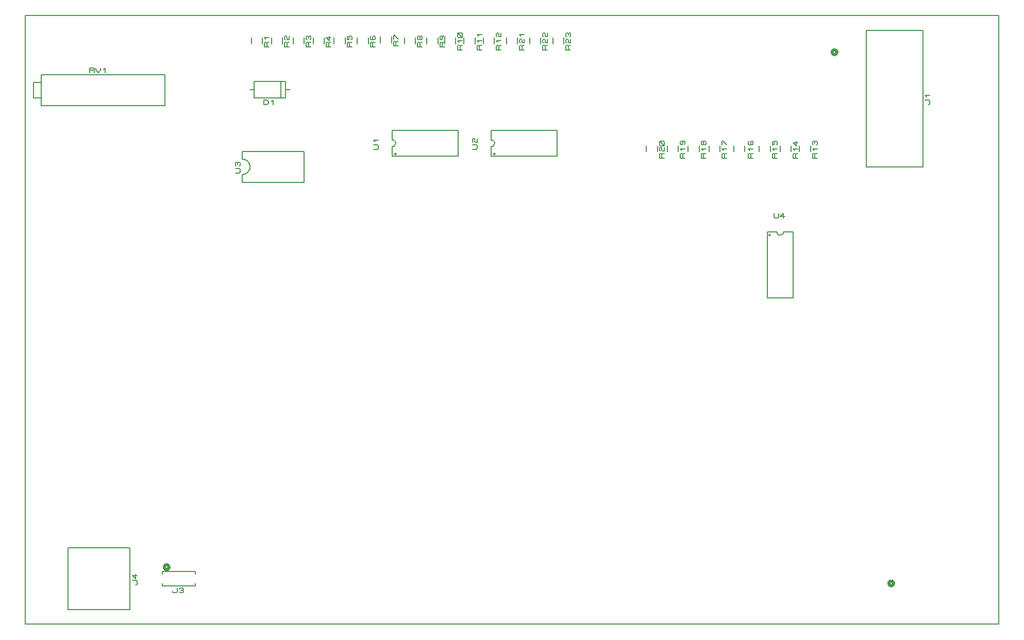
<source format=gbr>
G04 PROTEUS GERBER X2 FILE*
%TF.GenerationSoftware,Labcenter,Proteus,8.13-SP0-Build31525*%
%TF.CreationDate,2024-05-24T22:48:12+00:00*%
%TF.FileFunction,Legend,Top*%
%TF.FilePolarity,Positive*%
%TF.Part,Single*%
%TF.SameCoordinates,{2b1c703f-e340-49a6-ac8d-334d6c9c77ef}*%
%FSLAX45Y45*%
%MOMM*%
G01*
%TA.AperFunction,Profile*%
%ADD25C,0.203200*%
%TA.AperFunction,Material*%
%ADD27C,0.203200*%
%ADD28C,0.508000*%
%ADD29C,0.152400*%
%ADD72C,0.200000*%
%TD.AperFunction*%
D25*
X-8000000Y-5000000D02*
X+8000000Y-5000000D01*
X+8000000Y+5000000D01*
X-8000000Y+5000000D01*
X-8000000Y-5000000D01*
D27*
X-4234180Y+3649980D02*
X-3716020Y+3649980D01*
X-3716020Y+3916680D01*
X-4234180Y+3916680D01*
X-4234180Y+3649980D01*
X-3797300Y+3652520D02*
X-3797300Y+3914140D01*
X-3644900Y+3784600D02*
X-3716020Y+3784600D01*
X-4234180Y+3784600D02*
X-4305300Y+3784600D01*
X-4076700Y+3538220D02*
X-4076700Y+3614420D01*
X-4025900Y+3614420D01*
X-4000500Y+3589020D01*
X-4000500Y+3563620D01*
X-4025900Y+3538220D01*
X-4076700Y+3538220D01*
X-3949700Y+3589020D02*
X-3924300Y+3614420D01*
X-3924300Y+3538220D01*
D28*
X+5336540Y+4396740D02*
X+5336409Y+4399898D01*
X+5335343Y+4406216D01*
X+5333112Y+4412534D01*
X+5329467Y+4418852D01*
X+5323892Y+4425091D01*
X+5317574Y+4429687D01*
X+5311256Y+4432620D01*
X+5304938Y+4434282D01*
X+5298620Y+4434840D01*
X+5298440Y+4434840D01*
X+5260340Y+4396740D02*
X+5260471Y+4399898D01*
X+5261537Y+4406216D01*
X+5263768Y+4412534D01*
X+5267413Y+4418852D01*
X+5272988Y+4425091D01*
X+5279306Y+4429687D01*
X+5285624Y+4432620D01*
X+5291942Y+4434282D01*
X+5298260Y+4434840D01*
X+5298440Y+4434840D01*
X+5260340Y+4396740D02*
X+5260471Y+4393582D01*
X+5261537Y+4387264D01*
X+5263768Y+4380946D01*
X+5267413Y+4374628D01*
X+5272988Y+4368389D01*
X+5279306Y+4363793D01*
X+5285624Y+4360860D01*
X+5291942Y+4359198D01*
X+5298260Y+4358640D01*
X+5298440Y+4358640D01*
X+5336540Y+4396740D02*
X+5336409Y+4393582D01*
X+5335343Y+4387264D01*
X+5333112Y+4380946D01*
X+5329467Y+4374628D01*
X+5323892Y+4368389D01*
X+5317574Y+4363793D01*
X+5311256Y+4360860D01*
X+5304938Y+4359198D01*
X+5298620Y+4358640D01*
X+5298440Y+4358640D01*
D29*
X+5821680Y+4757420D02*
X+5821680Y+2512060D01*
X+6753860Y+2512060D01*
X+6753860Y+4757420D01*
X+5821680Y+4757420D01*
D27*
X+6837680Y+3533140D02*
X+6850380Y+3533140D01*
X+6863080Y+3545840D01*
X+6863080Y+3596640D01*
X+6850380Y+3609340D01*
X+6786880Y+3609340D01*
X+6812280Y+3660140D02*
X+6786880Y+3685540D01*
X+6863080Y+3685540D01*
X-6273800Y-3746500D02*
X-7289800Y-3746500D01*
X-6273800Y-4762500D02*
X-7289800Y-4762500D01*
X-7289800Y-3746500D02*
X-7289800Y-4762500D01*
X-6273800Y-3746500D02*
X-6273800Y-4762500D01*
X-6187440Y-4356100D02*
X-6174740Y-4356100D01*
X-6162040Y-4343400D01*
X-6162040Y-4292600D01*
X-6174740Y-4279900D01*
X-6238240Y-4279900D01*
X-6187440Y-4178300D02*
X-6187440Y-4254500D01*
X-6238240Y-4203700D01*
X-6162040Y-4203700D01*
X-4432300Y+2641600D02*
X-4432300Y+2768600D01*
X-3416300Y+2768600D01*
X-3416300Y+2260600D01*
X-4432300Y+2260600D01*
X-4432300Y+2387600D01*
X-4305300Y+2514600D02*
X-4307736Y+2540476D01*
X-4314785Y+2564448D01*
X-4326062Y+2586038D01*
X-4341178Y+2604770D01*
X-4359746Y+2620169D01*
X-4381381Y+2631758D01*
X-4405694Y+2639060D01*
X-4432300Y+2641600D01*
X-4305300Y+2514600D02*
X-4307736Y+2487994D01*
X-4314785Y+2463681D01*
X-4326062Y+2442046D01*
X-4341178Y+2423478D01*
X-4359746Y+2408362D01*
X-4381381Y+2397085D01*
X-4405694Y+2390036D01*
X-4432300Y+2387600D01*
X-4544060Y+2413000D02*
X-4480560Y+2413000D01*
X-4467860Y+2425700D01*
X-4467860Y+2476500D01*
X-4480560Y+2489200D01*
X-4544060Y+2489200D01*
X-4531360Y+2527300D02*
X-4544060Y+2540000D01*
X-4544060Y+2578100D01*
X-4531360Y+2590800D01*
X-4518660Y+2590800D01*
X-4505960Y+2578100D01*
X-4493260Y+2590800D01*
X-4480560Y+2590800D01*
X-4467860Y+2578100D01*
X-4467860Y+2540000D01*
X-4480560Y+2527300D01*
X-4505960Y+2552700D02*
X-4505960Y+2578100D01*
D28*
X+6268720Y-4330700D02*
X+6268589Y-4327542D01*
X+6267523Y-4321224D01*
X+6265292Y-4314906D01*
X+6261647Y-4308588D01*
X+6256072Y-4302349D01*
X+6249754Y-4297753D01*
X+6243436Y-4294820D01*
X+6237118Y-4293158D01*
X+6230800Y-4292600D01*
X+6230620Y-4292600D01*
X+6192520Y-4330700D02*
X+6192651Y-4327542D01*
X+6193717Y-4321224D01*
X+6195948Y-4314906D01*
X+6199593Y-4308588D01*
X+6205168Y-4302349D01*
X+6211486Y-4297753D01*
X+6217804Y-4294820D01*
X+6224122Y-4293158D01*
X+6230440Y-4292600D01*
X+6230620Y-4292600D01*
X+6192520Y-4330700D02*
X+6192651Y-4333858D01*
X+6193717Y-4340176D01*
X+6195948Y-4346494D01*
X+6199593Y-4352812D01*
X+6205168Y-4359051D01*
X+6211486Y-4363647D01*
X+6217804Y-4366580D01*
X+6224122Y-4368242D01*
X+6230440Y-4368800D01*
X+6230620Y-4368800D01*
X+6268720Y-4330700D02*
X+6268589Y-4333858D01*
X+6267523Y-4340176D01*
X+6265292Y-4346494D01*
X+6261647Y-4352812D01*
X+6256072Y-4359051D01*
X+6249754Y-4363647D01*
X+6243436Y-4366580D01*
X+6237118Y-4368242D01*
X+6230800Y-4368800D01*
X+6230620Y-4368800D01*
X-5635600Y-4064000D02*
X-5635731Y-4060842D01*
X-5636797Y-4054524D01*
X-5639028Y-4048206D01*
X-5642673Y-4041888D01*
X-5648248Y-4035649D01*
X-5654566Y-4031053D01*
X-5660884Y-4028120D01*
X-5667202Y-4026458D01*
X-5673520Y-4025900D01*
X-5673700Y-4025900D01*
X-5711800Y-4064000D02*
X-5711669Y-4060842D01*
X-5710603Y-4054524D01*
X-5708372Y-4048206D01*
X-5704727Y-4041888D01*
X-5699152Y-4035649D01*
X-5692834Y-4031053D01*
X-5686516Y-4028120D01*
X-5680198Y-4026458D01*
X-5673880Y-4025900D01*
X-5673700Y-4025900D01*
X-5711800Y-4064000D02*
X-5711669Y-4067158D01*
X-5710603Y-4073476D01*
X-5708372Y-4079794D01*
X-5704727Y-4086112D01*
X-5699152Y-4092351D01*
X-5692834Y-4096947D01*
X-5686516Y-4099880D01*
X-5680198Y-4101542D01*
X-5673880Y-4102100D01*
X-5673700Y-4102100D01*
X-5635600Y-4064000D02*
X-5635731Y-4067158D01*
X-5636797Y-4073476D01*
X-5639028Y-4079794D01*
X-5642673Y-4086112D01*
X-5648248Y-4092351D01*
X-5654566Y-4096947D01*
X-5660884Y-4099880D01*
X-5667202Y-4101542D01*
X-5673520Y-4102100D01*
X-5673700Y-4102100D01*
D29*
X-5203850Y-4135120D02*
X-5743550Y-4135120D01*
X-5743550Y-4178635D01*
X-5743550Y-4373880D02*
X-5203850Y-4373880D01*
X-5203850Y-4330365D01*
X-5203850Y-4178635D02*
X-5203850Y-4135120D01*
X-5743550Y-4330365D02*
X-5743550Y-4373880D01*
D27*
X-5575300Y-4457700D02*
X-5575300Y-4470400D01*
X-5562600Y-4483100D01*
X-5511800Y-4483100D01*
X-5499100Y-4470400D01*
X-5499100Y-4406900D01*
X-5461000Y-4419600D02*
X-5448300Y-4406900D01*
X-5410200Y-4406900D01*
X-5397500Y-4419600D01*
X-5397500Y-4432300D01*
X-5410200Y-4445000D01*
X-5397500Y-4457700D01*
X-5397500Y-4470400D01*
X-5410200Y-4483100D01*
X-5448300Y-4483100D01*
X-5461000Y-4470400D01*
X-5435600Y-4445000D02*
X-5410200Y-4445000D01*
X-7734300Y+3517900D02*
X-5702300Y+3517900D01*
X-5702300Y+4025900D01*
X-7734300Y+4025900D01*
X-7734300Y+3517900D01*
X-7861300Y+3644900D02*
X-7734300Y+3644900D01*
X-7734300Y+3898900D01*
X-7861300Y+3898900D01*
X-7861300Y+3644900D01*
X-6934200Y+4061460D02*
X-6934200Y+4137660D01*
X-6870700Y+4137660D01*
X-6858000Y+4124960D01*
X-6858000Y+4112260D01*
X-6870700Y+4099560D01*
X-6934200Y+4099560D01*
X-6870700Y+4099560D02*
X-6858000Y+4086860D01*
X-6858000Y+4061460D01*
X-6832600Y+4137660D02*
X-6832600Y+4099560D01*
X-6794500Y+4061460D01*
X-6756400Y+4099560D01*
X-6756400Y+4137660D01*
X-6705600Y+4112260D02*
X-6680200Y+4137660D01*
X-6680200Y+4061460D01*
X-1963420Y+2693148D02*
X-1963420Y+2850310D01*
X-1942802Y+2854352D01*
X-1926175Y+2865454D01*
X-1915074Y+2882081D01*
X-1911032Y+2902698D01*
X-1963420Y+2955086D02*
X-1942802Y+2951044D01*
X-1926175Y+2939942D01*
X-1915074Y+2923315D01*
X-1911032Y+2902698D01*
X-1963420Y+2955086D02*
X-1963420Y+3112248D01*
X-881380Y+2769348D02*
X-881380Y+3036048D01*
X-1930400Y+2693148D02*
X-914400Y+2693148D01*
X-1930400Y+3112248D02*
X-914400Y+3112248D01*
X-1930400Y+2693148D02*
X-1963420Y+2693148D01*
X-1963420Y+3112248D02*
X-1930400Y+3112248D01*
X-881380Y+3036048D02*
X-881380Y+3112248D01*
X-914400Y+3112248D01*
X-914400Y+2693148D02*
X-881380Y+2693148D01*
X-881380Y+2769348D01*
X-1903984Y+2728708D02*
X-1904019Y+2729553D01*
X-1904306Y+2731244D01*
X-1904905Y+2732935D01*
X-1905885Y+2734626D01*
X-1907385Y+2736294D01*
X-1909076Y+2737514D01*
X-1910767Y+2738290D01*
X-1912458Y+2738727D01*
X-1914144Y+2738868D01*
X-1924304Y+2728708D02*
X-1924269Y+2729553D01*
X-1923982Y+2731244D01*
X-1923383Y+2732935D01*
X-1922403Y+2734626D01*
X-1920903Y+2736294D01*
X-1919212Y+2737514D01*
X-1917521Y+2738290D01*
X-1915830Y+2738727D01*
X-1914144Y+2738868D01*
X-1924304Y+2728708D02*
X-1924269Y+2727863D01*
X-1923982Y+2726172D01*
X-1923383Y+2724481D01*
X-1922403Y+2722790D01*
X-1920903Y+2721122D01*
X-1919212Y+2719902D01*
X-1917521Y+2719126D01*
X-1915830Y+2718689D01*
X-1914144Y+2718548D01*
X-1903984Y+2728708D02*
X-1904019Y+2727863D01*
X-1904306Y+2726172D01*
X-1904905Y+2724481D01*
X-1905885Y+2722790D01*
X-1907385Y+2721122D01*
X-1909076Y+2719902D01*
X-1910767Y+2719126D01*
X-1912458Y+2718689D01*
X-1914144Y+2718548D01*
X-2273300Y+2801098D02*
X-2209800Y+2801098D01*
X-2197100Y+2813798D01*
X-2197100Y+2864598D01*
X-2209800Y+2877298D01*
X-2273300Y+2877298D01*
X-2247900Y+2928098D02*
X-2273300Y+2953498D01*
X-2197100Y+2953498D01*
D72*
X-4281000Y+4636813D02*
X-4281000Y+4536813D01*
X-4101000Y+4636813D02*
X-4101000Y+4536813D01*
D27*
X-3989400Y+4485213D02*
X-4065600Y+4485213D01*
X-4065600Y+4548713D01*
X-4052900Y+4561413D01*
X-4040200Y+4561413D01*
X-4027500Y+4548713D01*
X-4027500Y+4485213D01*
X-4027500Y+4548713D02*
X-4014800Y+4561413D01*
X-3989400Y+4561413D01*
X-4040200Y+4612213D02*
X-4065600Y+4637613D01*
X-3989400Y+4637613D01*
D72*
X-3950800Y+4636813D02*
X-3950800Y+4536813D01*
X-3770800Y+4636813D02*
X-3770800Y+4536813D01*
D27*
X-3659200Y+4485213D02*
X-3735400Y+4485213D01*
X-3735400Y+4548713D01*
X-3722700Y+4561413D01*
X-3710000Y+4561413D01*
X-3697300Y+4548713D01*
X-3697300Y+4485213D01*
X-3697300Y+4548713D02*
X-3684600Y+4561413D01*
X-3659200Y+4561413D01*
X-3722700Y+4599513D02*
X-3735400Y+4612213D01*
X-3735400Y+4650313D01*
X-3722700Y+4663013D01*
X-3710000Y+4663013D01*
X-3697300Y+4650313D01*
X-3697300Y+4612213D01*
X-3684600Y+4599513D01*
X-3659200Y+4599513D01*
X-3659200Y+4663013D01*
D72*
X-3595200Y+4636813D02*
X-3595200Y+4536813D01*
X-3415200Y+4636813D02*
X-3415200Y+4536813D01*
D27*
X-3303600Y+4485213D02*
X-3379800Y+4485213D01*
X-3379800Y+4548713D01*
X-3367100Y+4561413D01*
X-3354400Y+4561413D01*
X-3341700Y+4548713D01*
X-3341700Y+4485213D01*
X-3341700Y+4548713D02*
X-3329000Y+4561413D01*
X-3303600Y+4561413D01*
X-3367100Y+4599513D02*
X-3379800Y+4612213D01*
X-3379800Y+4650313D01*
X-3367100Y+4663013D01*
X-3354400Y+4663013D01*
X-3341700Y+4650313D01*
X-3329000Y+4663013D01*
X-3316300Y+4663013D01*
X-3303600Y+4650313D01*
X-3303600Y+4612213D01*
X-3316300Y+4599513D01*
X-3341700Y+4624913D02*
X-3341700Y+4650313D01*
D72*
X-3265000Y+4636813D02*
X-3265000Y+4536813D01*
X-3085000Y+4636813D02*
X-3085000Y+4536813D01*
D27*
X-2973400Y+4485213D02*
X-3049600Y+4485213D01*
X-3049600Y+4548713D01*
X-3036900Y+4561413D01*
X-3024200Y+4561413D01*
X-3011500Y+4548713D01*
X-3011500Y+4485213D01*
X-3011500Y+4548713D02*
X-2998800Y+4561413D01*
X-2973400Y+4561413D01*
X-2998800Y+4663013D02*
X-2998800Y+4586813D01*
X-3049600Y+4637613D01*
X-2973400Y+4637613D01*
D72*
X-2922100Y+4636813D02*
X-2922100Y+4536813D01*
X-2742100Y+4636813D02*
X-2742100Y+4536813D01*
D27*
X-2630500Y+4485213D02*
X-2706700Y+4485213D01*
X-2706700Y+4548713D01*
X-2694000Y+4561413D01*
X-2681300Y+4561413D01*
X-2668600Y+4548713D01*
X-2668600Y+4485213D01*
X-2668600Y+4548713D02*
X-2655900Y+4561413D01*
X-2630500Y+4561413D01*
X-2706700Y+4663013D02*
X-2706700Y+4599513D01*
X-2681300Y+4599513D01*
X-2681300Y+4650313D01*
X-2668600Y+4663013D01*
X-2643200Y+4663013D01*
X-2630500Y+4650313D01*
X-2630500Y+4612213D01*
X-2643200Y+4599513D01*
D72*
X-2541100Y+4636813D02*
X-2541100Y+4536813D01*
X-2361100Y+4636813D02*
X-2361100Y+4536813D01*
D27*
X-2249500Y+4485213D02*
X-2325700Y+4485213D01*
X-2325700Y+4548713D01*
X-2313000Y+4561413D01*
X-2300300Y+4561413D01*
X-2287600Y+4548713D01*
X-2287600Y+4485213D01*
X-2287600Y+4548713D02*
X-2274900Y+4561413D01*
X-2249500Y+4561413D01*
X-2313000Y+4663013D02*
X-2325700Y+4650313D01*
X-2325700Y+4612213D01*
X-2313000Y+4599513D01*
X-2262200Y+4599513D01*
X-2249500Y+4612213D01*
X-2249500Y+4650313D01*
X-2262200Y+4663013D01*
X-2274900Y+4663013D01*
X-2287600Y+4650313D01*
X-2287600Y+4599513D01*
D72*
X-2160100Y+4649513D02*
X-2160100Y+4549513D01*
X-1980100Y+4649513D02*
X-1980100Y+4549513D01*
D27*
X-1868500Y+4497913D02*
X-1944700Y+4497913D01*
X-1944700Y+4561413D01*
X-1932000Y+4574113D01*
X-1919300Y+4574113D01*
X-1906600Y+4561413D01*
X-1906600Y+4497913D01*
X-1906600Y+4561413D02*
X-1893900Y+4574113D01*
X-1868500Y+4574113D01*
X-1944700Y+4612213D02*
X-1944700Y+4675713D01*
X-1932000Y+4675713D01*
X-1868500Y+4612213D01*
D72*
X-1766400Y+4636813D02*
X-1766400Y+4536813D01*
X-1586400Y+4636813D02*
X-1586400Y+4536813D01*
D27*
X-1474800Y+4485213D02*
X-1551000Y+4485213D01*
X-1551000Y+4548713D01*
X-1538300Y+4561413D01*
X-1525600Y+4561413D01*
X-1512900Y+4548713D01*
X-1512900Y+4485213D01*
X-1512900Y+4548713D02*
X-1500200Y+4561413D01*
X-1474800Y+4561413D01*
X-1512900Y+4612213D02*
X-1525600Y+4599513D01*
X-1538300Y+4599513D01*
X-1551000Y+4612213D01*
X-1551000Y+4650313D01*
X-1538300Y+4663013D01*
X-1525600Y+4663013D01*
X-1512900Y+4650313D01*
X-1512900Y+4612213D01*
X-1500200Y+4599513D01*
X-1487500Y+4599513D01*
X-1474800Y+4612213D01*
X-1474800Y+4650313D01*
X-1487500Y+4663013D01*
X-1500200Y+4663013D01*
X-1512900Y+4650313D01*
X-337820Y+2693148D02*
X-337820Y+2850310D01*
X-317202Y+2854352D01*
X-300575Y+2865454D01*
X-289474Y+2882081D01*
X-285432Y+2902698D01*
X-337820Y+2955086D02*
X-317202Y+2951044D01*
X-300575Y+2939942D01*
X-289474Y+2923315D01*
X-285432Y+2902698D01*
X-337820Y+2955086D02*
X-337820Y+3112248D01*
X+744220Y+2769348D02*
X+744220Y+3036048D01*
X-304800Y+2693148D02*
X+711200Y+2693148D01*
X-304800Y+3112248D02*
X+711200Y+3112248D01*
X-304800Y+2693148D02*
X-337820Y+2693148D01*
X-337820Y+3112248D02*
X-304800Y+3112248D01*
X+744220Y+3036048D02*
X+744220Y+3112248D01*
X+711200Y+3112248D01*
X+711200Y+2693148D02*
X+744220Y+2693148D01*
X+744220Y+2769348D01*
X-278384Y+2728708D02*
X-278419Y+2729553D01*
X-278706Y+2731244D01*
X-279305Y+2732935D01*
X-280285Y+2734626D01*
X-281785Y+2736294D01*
X-283476Y+2737514D01*
X-285167Y+2738290D01*
X-286858Y+2738727D01*
X-288544Y+2738868D01*
X-298704Y+2728708D02*
X-298669Y+2729553D01*
X-298382Y+2731244D01*
X-297783Y+2732935D01*
X-296803Y+2734626D01*
X-295303Y+2736294D01*
X-293612Y+2737514D01*
X-291921Y+2738290D01*
X-290230Y+2738727D01*
X-288544Y+2738868D01*
X-298704Y+2728708D02*
X-298669Y+2727863D01*
X-298382Y+2726172D01*
X-297783Y+2724481D01*
X-296803Y+2722790D01*
X-295303Y+2721122D01*
X-293612Y+2719902D01*
X-291921Y+2719126D01*
X-290230Y+2718689D01*
X-288544Y+2718548D01*
X-278384Y+2728708D02*
X-278419Y+2727863D01*
X-278706Y+2726172D01*
X-279305Y+2724481D01*
X-280285Y+2722790D01*
X-281785Y+2721122D01*
X-283476Y+2719902D01*
X-285167Y+2719126D01*
X-286858Y+2718689D01*
X-288544Y+2718548D01*
X-647700Y+2801098D02*
X-584200Y+2801098D01*
X-571500Y+2813798D01*
X-571500Y+2864598D01*
X-584200Y+2877298D01*
X-647700Y+2877298D01*
X-635000Y+2915398D02*
X-647700Y+2928098D01*
X-647700Y+2966198D01*
X-635000Y+2978898D01*
X-622300Y+2978898D01*
X-609600Y+2966198D01*
X-609600Y+2928098D01*
X-596900Y+2915398D01*
X-571500Y+2915398D01*
X-571500Y+2978898D01*
D72*
X-1398100Y+4636813D02*
X-1398100Y+4536813D01*
X-1218100Y+4636813D02*
X-1218100Y+4536813D01*
D27*
X-1106500Y+4485213D02*
X-1182700Y+4485213D01*
X-1182700Y+4548713D01*
X-1170000Y+4561413D01*
X-1157300Y+4561413D01*
X-1144600Y+4548713D01*
X-1144600Y+4485213D01*
X-1144600Y+4548713D02*
X-1131900Y+4561413D01*
X-1106500Y+4561413D01*
X-1157300Y+4663013D02*
X-1144600Y+4650313D01*
X-1144600Y+4612213D01*
X-1157300Y+4599513D01*
X-1170000Y+4599513D01*
X-1182700Y+4612213D01*
X-1182700Y+4650313D01*
X-1170000Y+4663013D01*
X-1119200Y+4663013D01*
X-1106500Y+4650313D01*
X-1106500Y+4612213D01*
D72*
X-1106000Y+4636813D02*
X-1106000Y+4536813D01*
X-926000Y+4636813D02*
X-926000Y+4536813D01*
D27*
X-814400Y+4434413D02*
X-890600Y+4434413D01*
X-890600Y+4497913D01*
X-877900Y+4510613D01*
X-865200Y+4510613D01*
X-852500Y+4497913D01*
X-852500Y+4434413D01*
X-852500Y+4497913D02*
X-839800Y+4510613D01*
X-814400Y+4510613D01*
X-865200Y+4561413D02*
X-890600Y+4586813D01*
X-814400Y+4586813D01*
X-827100Y+4637613D02*
X-877900Y+4637613D01*
X-890600Y+4650313D01*
X-890600Y+4701113D01*
X-877900Y+4713813D01*
X-827100Y+4713813D01*
X-814400Y+4701113D01*
X-814400Y+4650313D01*
X-827100Y+4637613D01*
X-814400Y+4637613D02*
X-890600Y+4713813D01*
D72*
X-788500Y+4636813D02*
X-788500Y+4536813D01*
X-608500Y+4636813D02*
X-608500Y+4536813D01*
D27*
X-496900Y+4434413D02*
X-573100Y+4434413D01*
X-573100Y+4497913D01*
X-560400Y+4510613D01*
X-547700Y+4510613D01*
X-535000Y+4497913D01*
X-535000Y+4434413D01*
X-535000Y+4497913D02*
X-522300Y+4510613D01*
X-496900Y+4510613D01*
X-547700Y+4561413D02*
X-573100Y+4586813D01*
X-496900Y+4586813D01*
X-547700Y+4663013D02*
X-573100Y+4688413D01*
X-496900Y+4688413D01*
D72*
X-471000Y+4636813D02*
X-471000Y+4536813D01*
X-291000Y+4636813D02*
X-291000Y+4536813D01*
D27*
X-179400Y+4434413D02*
X-255600Y+4434413D01*
X-255600Y+4497913D01*
X-242900Y+4510613D01*
X-230200Y+4510613D01*
X-217500Y+4497913D01*
X-217500Y+4434413D01*
X-217500Y+4497913D02*
X-204800Y+4510613D01*
X-179400Y+4510613D01*
X-230200Y+4561413D02*
X-255600Y+4586813D01*
X-179400Y+4586813D01*
X-242900Y+4650313D02*
X-255600Y+4663013D01*
X-255600Y+4701113D01*
X-242900Y+4713813D01*
X-230200Y+4713813D01*
X-217500Y+4701113D01*
X-217500Y+4663013D01*
X-204800Y+4650313D01*
X-179400Y+4650313D01*
X-179400Y+4713813D01*
D72*
X-90000Y+4636813D02*
X-90000Y+4536813D01*
X+90000Y+4636813D02*
X+90000Y+4536813D01*
D27*
X+201600Y+4434413D02*
X+125400Y+4434413D01*
X+125400Y+4497913D01*
X+138100Y+4510613D01*
X+150800Y+4510613D01*
X+163500Y+4497913D01*
X+163500Y+4434413D01*
X+163500Y+4497913D02*
X+176200Y+4510613D01*
X+201600Y+4510613D01*
X+138100Y+4548713D02*
X+125400Y+4561413D01*
X+125400Y+4599513D01*
X+138100Y+4612213D01*
X+150800Y+4612213D01*
X+163500Y+4599513D01*
X+163500Y+4561413D01*
X+176200Y+4548713D01*
X+201600Y+4548713D01*
X+201600Y+4612213D01*
X+150800Y+4663013D02*
X+125400Y+4688413D01*
X+201600Y+4688413D01*
D72*
X+291000Y+4636813D02*
X+291000Y+4536813D01*
X+471000Y+4636813D02*
X+471000Y+4536813D01*
D27*
X+582600Y+4434413D02*
X+506400Y+4434413D01*
X+506400Y+4497913D01*
X+519100Y+4510613D01*
X+531800Y+4510613D01*
X+544500Y+4497913D01*
X+544500Y+4434413D01*
X+544500Y+4497913D02*
X+557200Y+4510613D01*
X+582600Y+4510613D01*
X+519100Y+4548713D02*
X+506400Y+4561413D01*
X+506400Y+4599513D01*
X+519100Y+4612213D01*
X+531800Y+4612213D01*
X+544500Y+4599513D01*
X+544500Y+4561413D01*
X+557200Y+4548713D01*
X+582600Y+4548713D01*
X+582600Y+4612213D01*
X+519100Y+4650313D02*
X+506400Y+4663013D01*
X+506400Y+4701113D01*
X+519100Y+4713813D01*
X+531800Y+4713813D01*
X+544500Y+4701113D01*
X+544500Y+4663013D01*
X+557200Y+4650313D01*
X+582600Y+4650313D01*
X+582600Y+4713813D01*
D72*
X+672000Y+4636813D02*
X+672000Y+4536813D01*
X+852000Y+4636813D02*
X+852000Y+4536813D01*
D27*
X+963600Y+4434413D02*
X+887400Y+4434413D01*
X+887400Y+4497913D01*
X+900100Y+4510613D01*
X+912800Y+4510613D01*
X+925500Y+4497913D01*
X+925500Y+4434413D01*
X+925500Y+4497913D02*
X+938200Y+4510613D01*
X+963600Y+4510613D01*
X+900100Y+4548713D02*
X+887400Y+4561413D01*
X+887400Y+4599513D01*
X+900100Y+4612213D01*
X+912800Y+4612213D01*
X+925500Y+4599513D01*
X+925500Y+4561413D01*
X+938200Y+4548713D01*
X+963600Y+4548713D01*
X+963600Y+4612213D01*
X+900100Y+4650313D02*
X+887400Y+4663013D01*
X+887400Y+4701113D01*
X+900100Y+4713813D01*
X+912800Y+4713813D01*
X+925500Y+4701113D01*
X+938200Y+4713813D01*
X+950900Y+4713813D01*
X+963600Y+4701113D01*
X+963600Y+4663013D01*
X+950900Y+4650313D01*
X+925500Y+4675713D02*
X+925500Y+4701113D01*
X+4197350Y+1442720D02*
X+4354512Y+1442720D01*
X+4358554Y+1422102D01*
X+4369656Y+1405475D01*
X+4386283Y+1394374D01*
X+4406900Y+1390332D01*
X+4459288Y+1442720D02*
X+4455246Y+1422102D01*
X+4444144Y+1405475D01*
X+4427517Y+1394374D01*
X+4406900Y+1390332D01*
X+4459288Y+1442720D02*
X+4616450Y+1442720D01*
X+4273550Y+360680D02*
X+4540250Y+360680D01*
X+4197350Y+1409700D02*
X+4197350Y+393700D01*
X+4616450Y+1409700D02*
X+4616450Y+393700D01*
X+4197350Y+1409700D02*
X+4197350Y+1442720D01*
X+4616450Y+1442720D02*
X+4616450Y+1409700D01*
X+4540250Y+360680D02*
X+4616450Y+360680D01*
X+4616450Y+393700D01*
X+4197350Y+393700D02*
X+4197350Y+360680D01*
X+4273550Y+360680D01*
X+4243070Y+1393444D02*
X+4243035Y+1394289D01*
X+4242748Y+1395980D01*
X+4242149Y+1397671D01*
X+4241169Y+1399362D01*
X+4239669Y+1401030D01*
X+4237978Y+1402250D01*
X+4236287Y+1403026D01*
X+4234596Y+1403463D01*
X+4232910Y+1403604D01*
X+4222750Y+1393444D02*
X+4222785Y+1394289D01*
X+4223072Y+1395980D01*
X+4223671Y+1397671D01*
X+4224651Y+1399362D01*
X+4226151Y+1401030D01*
X+4227842Y+1402250D01*
X+4229533Y+1403026D01*
X+4231224Y+1403463D01*
X+4232910Y+1403604D01*
X+4222750Y+1393444D02*
X+4222785Y+1392599D01*
X+4223072Y+1390908D01*
X+4223671Y+1389217D01*
X+4224651Y+1387526D01*
X+4226151Y+1385858D01*
X+4227842Y+1384638D01*
X+4229533Y+1383862D01*
X+4231224Y+1383425D01*
X+4232910Y+1383284D01*
X+4243070Y+1393444D02*
X+4243035Y+1392599D01*
X+4242748Y+1390908D01*
X+4242149Y+1389217D01*
X+4241169Y+1387526D01*
X+4239669Y+1385858D01*
X+4237978Y+1384638D01*
X+4236287Y+1383862D01*
X+4234596Y+1383425D01*
X+4232910Y+1383284D01*
X+4305300Y+1752600D02*
X+4305300Y+1689100D01*
X+4318000Y+1676400D01*
X+4368800Y+1676400D01*
X+4381500Y+1689100D01*
X+4381500Y+1752600D01*
X+4483100Y+1701800D02*
X+4406900Y+1701800D01*
X+4457700Y+1752600D01*
X+4457700Y+1676400D01*
D72*
X+4723300Y+2862000D02*
X+4723300Y+2762000D01*
X+4903300Y+2862000D02*
X+4903300Y+2762000D01*
D27*
X+5014900Y+2659600D02*
X+4938700Y+2659600D01*
X+4938700Y+2723100D01*
X+4951400Y+2735800D01*
X+4964100Y+2735800D01*
X+4976800Y+2723100D01*
X+4976800Y+2659600D01*
X+4976800Y+2723100D02*
X+4989500Y+2735800D01*
X+5014900Y+2735800D01*
X+4964100Y+2786600D02*
X+4938700Y+2812000D01*
X+5014900Y+2812000D01*
X+4951400Y+2875500D02*
X+4938700Y+2888200D01*
X+4938700Y+2926300D01*
X+4951400Y+2939000D01*
X+4964100Y+2939000D01*
X+4976800Y+2926300D01*
X+4989500Y+2939000D01*
X+5002200Y+2939000D01*
X+5014900Y+2926300D01*
X+5014900Y+2888200D01*
X+5002200Y+2875500D01*
X+4976800Y+2900900D02*
X+4976800Y+2926300D01*
D72*
X+4405800Y+2862000D02*
X+4405800Y+2762000D01*
X+4585800Y+2862000D02*
X+4585800Y+2762000D01*
D27*
X+4697400Y+2659600D02*
X+4621200Y+2659600D01*
X+4621200Y+2723100D01*
X+4633900Y+2735800D01*
X+4646600Y+2735800D01*
X+4659300Y+2723100D01*
X+4659300Y+2659600D01*
X+4659300Y+2723100D02*
X+4672000Y+2735800D01*
X+4697400Y+2735800D01*
X+4646600Y+2786600D02*
X+4621200Y+2812000D01*
X+4697400Y+2812000D01*
X+4672000Y+2939000D02*
X+4672000Y+2862800D01*
X+4621200Y+2913600D01*
X+4697400Y+2913600D01*
D72*
X+4062900Y+2862000D02*
X+4062900Y+2762000D01*
X+4242900Y+2862000D02*
X+4242900Y+2762000D01*
D27*
X+4354500Y+2659600D02*
X+4278300Y+2659600D01*
X+4278300Y+2723100D01*
X+4291000Y+2735800D01*
X+4303700Y+2735800D01*
X+4316400Y+2723100D01*
X+4316400Y+2659600D01*
X+4316400Y+2723100D02*
X+4329100Y+2735800D01*
X+4354500Y+2735800D01*
X+4303700Y+2786600D02*
X+4278300Y+2812000D01*
X+4354500Y+2812000D01*
X+4278300Y+2939000D02*
X+4278300Y+2875500D01*
X+4303700Y+2875500D01*
X+4303700Y+2926300D01*
X+4316400Y+2939000D01*
X+4341800Y+2939000D01*
X+4354500Y+2926300D01*
X+4354500Y+2888200D01*
X+4341800Y+2875500D01*
D72*
X+3643800Y+2862000D02*
X+3643800Y+2762000D01*
X+3823800Y+2862000D02*
X+3823800Y+2762000D01*
D27*
X+3960800Y+2659600D02*
X+3884600Y+2659600D01*
X+3884600Y+2723100D01*
X+3897300Y+2735800D01*
X+3910000Y+2735800D01*
X+3922700Y+2723100D01*
X+3922700Y+2659600D01*
X+3922700Y+2723100D02*
X+3935400Y+2735800D01*
X+3960800Y+2735800D01*
X+3910000Y+2786600D02*
X+3884600Y+2812000D01*
X+3960800Y+2812000D01*
X+3897300Y+2939000D02*
X+3884600Y+2926300D01*
X+3884600Y+2888200D01*
X+3897300Y+2875500D01*
X+3948100Y+2875500D01*
X+3960800Y+2888200D01*
X+3960800Y+2926300D01*
X+3948100Y+2939000D01*
X+3935400Y+2939000D01*
X+3922700Y+2926300D01*
X+3922700Y+2875500D01*
D72*
X+3237400Y+2862000D02*
X+3237400Y+2762000D01*
X+3417400Y+2862000D02*
X+3417400Y+2762000D01*
D27*
X+3529000Y+2659600D02*
X+3452800Y+2659600D01*
X+3452800Y+2723100D01*
X+3465500Y+2735800D01*
X+3478200Y+2735800D01*
X+3490900Y+2723100D01*
X+3490900Y+2659600D01*
X+3490900Y+2723100D02*
X+3503600Y+2735800D01*
X+3529000Y+2735800D01*
X+3478200Y+2786600D02*
X+3452800Y+2812000D01*
X+3529000Y+2812000D01*
X+3452800Y+2875500D02*
X+3452800Y+2939000D01*
X+3465500Y+2939000D01*
X+3529000Y+2875500D01*
D72*
X+2894500Y+2862000D02*
X+2894500Y+2762000D01*
X+3074500Y+2862000D02*
X+3074500Y+2762000D01*
D27*
X+3186100Y+2659600D02*
X+3109900Y+2659600D01*
X+3109900Y+2723100D01*
X+3122600Y+2735800D01*
X+3135300Y+2735800D01*
X+3148000Y+2723100D01*
X+3148000Y+2659600D01*
X+3148000Y+2723100D02*
X+3160700Y+2735800D01*
X+3186100Y+2735800D01*
X+3135300Y+2786600D02*
X+3109900Y+2812000D01*
X+3186100Y+2812000D01*
X+3148000Y+2888200D02*
X+3135300Y+2875500D01*
X+3122600Y+2875500D01*
X+3109900Y+2888200D01*
X+3109900Y+2926300D01*
X+3122600Y+2939000D01*
X+3135300Y+2939000D01*
X+3148000Y+2926300D01*
X+3148000Y+2888200D01*
X+3160700Y+2875500D01*
X+3173400Y+2875500D01*
X+3186100Y+2888200D01*
X+3186100Y+2926300D01*
X+3173400Y+2939000D01*
X+3160700Y+2939000D01*
X+3148000Y+2926300D01*
D72*
X+2551600Y+2862000D02*
X+2551600Y+2762000D01*
X+2731600Y+2862000D02*
X+2731600Y+2762000D01*
D27*
X+2843200Y+2659600D02*
X+2767000Y+2659600D01*
X+2767000Y+2723100D01*
X+2779700Y+2735800D01*
X+2792400Y+2735800D01*
X+2805100Y+2723100D01*
X+2805100Y+2659600D01*
X+2805100Y+2723100D02*
X+2817800Y+2735800D01*
X+2843200Y+2735800D01*
X+2792400Y+2786600D02*
X+2767000Y+2812000D01*
X+2843200Y+2812000D01*
X+2792400Y+2939000D02*
X+2805100Y+2926300D01*
X+2805100Y+2888200D01*
X+2792400Y+2875500D01*
X+2779700Y+2875500D01*
X+2767000Y+2888200D01*
X+2767000Y+2926300D01*
X+2779700Y+2939000D01*
X+2830500Y+2939000D01*
X+2843200Y+2926300D01*
X+2843200Y+2888200D01*
D72*
X+2208700Y+2862000D02*
X+2208700Y+2762000D01*
X+2388700Y+2862000D02*
X+2388700Y+2762000D01*
D27*
X+2500300Y+2659600D02*
X+2424100Y+2659600D01*
X+2424100Y+2723100D01*
X+2436800Y+2735800D01*
X+2449500Y+2735800D01*
X+2462200Y+2723100D01*
X+2462200Y+2659600D01*
X+2462200Y+2723100D02*
X+2474900Y+2735800D01*
X+2500300Y+2735800D01*
X+2436800Y+2773900D02*
X+2424100Y+2786600D01*
X+2424100Y+2824700D01*
X+2436800Y+2837400D01*
X+2449500Y+2837400D01*
X+2462200Y+2824700D01*
X+2462200Y+2786600D01*
X+2474900Y+2773900D01*
X+2500300Y+2773900D01*
X+2500300Y+2837400D01*
X+2487600Y+2862800D02*
X+2436800Y+2862800D01*
X+2424100Y+2875500D01*
X+2424100Y+2926300D01*
X+2436800Y+2939000D01*
X+2487600Y+2939000D01*
X+2500300Y+2926300D01*
X+2500300Y+2875500D01*
X+2487600Y+2862800D01*
X+2500300Y+2862800D02*
X+2424100Y+2939000D01*
M02*

</source>
